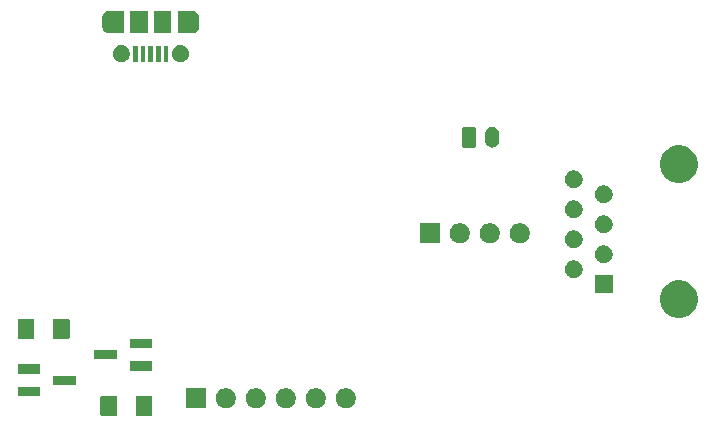
<source format=gbr>
G04 #@! TF.GenerationSoftware,KiCad,Pcbnew,5.1.5+dfsg1-2build2*
G04 #@! TF.CreationDate,2020-08-28T17:04:02+02:00*
G04 #@! TF.ProjectId,System Air,53797374-656d-4204-9169-722e6b696361,rev?*
G04 #@! TF.SameCoordinates,Original*
G04 #@! TF.FileFunction,Soldermask,Bot*
G04 #@! TF.FilePolarity,Negative*
%FSLAX46Y46*%
G04 Gerber Fmt 4.6, Leading zero omitted, Abs format (unit mm)*
G04 Created by KiCad (PCBNEW 5.1.5+dfsg1-2build2) date 2020-08-28 17:04:02*
%MOMM*%
%LPD*%
G04 APERTURE LIST*
%ADD10C,0.100000*%
G04 APERTURE END LIST*
D10*
G36*
X129538904Y-110776087D02*
G01*
X129570465Y-110785662D01*
X129599560Y-110801213D01*
X129625055Y-110822135D01*
X129645977Y-110847630D01*
X129661528Y-110876725D01*
X129671103Y-110908286D01*
X129674940Y-110947248D01*
X129674940Y-112347252D01*
X129671103Y-112386214D01*
X129661528Y-112417775D01*
X129645977Y-112446870D01*
X129625055Y-112472365D01*
X129599560Y-112493287D01*
X129570465Y-112508838D01*
X129538904Y-112518413D01*
X129499942Y-112522250D01*
X128424938Y-112522250D01*
X128385976Y-112518413D01*
X128354415Y-112508838D01*
X128325320Y-112493287D01*
X128299825Y-112472365D01*
X128278903Y-112446870D01*
X128263352Y-112417775D01*
X128253777Y-112386214D01*
X128249940Y-112347252D01*
X128249940Y-110947248D01*
X128253777Y-110908286D01*
X128263352Y-110876725D01*
X128278903Y-110847630D01*
X128299825Y-110822135D01*
X128325320Y-110801213D01*
X128354415Y-110785662D01*
X128385976Y-110776087D01*
X128424938Y-110772250D01*
X129499942Y-110772250D01*
X129538904Y-110776087D01*
G37*
G36*
X126563904Y-110776087D02*
G01*
X126595465Y-110785662D01*
X126624560Y-110801213D01*
X126650055Y-110822135D01*
X126670977Y-110847630D01*
X126686528Y-110876725D01*
X126696103Y-110908286D01*
X126699940Y-110947248D01*
X126699940Y-112347252D01*
X126696103Y-112386214D01*
X126686528Y-112417775D01*
X126670977Y-112446870D01*
X126650055Y-112472365D01*
X126624560Y-112493287D01*
X126595465Y-112508838D01*
X126563904Y-112518413D01*
X126524942Y-112522250D01*
X125449938Y-112522250D01*
X125410976Y-112518413D01*
X125379415Y-112508838D01*
X125350320Y-112493287D01*
X125324825Y-112472365D01*
X125303903Y-112446870D01*
X125288352Y-112417775D01*
X125278777Y-112386214D01*
X125274940Y-112347252D01*
X125274940Y-110947248D01*
X125278777Y-110908286D01*
X125288352Y-110876725D01*
X125303903Y-110847630D01*
X125324825Y-110822135D01*
X125350320Y-110801213D01*
X125379415Y-110785662D01*
X125410976Y-110776087D01*
X125449938Y-110772250D01*
X126524942Y-110772250D01*
X126563904Y-110776087D01*
G37*
G36*
X141217935Y-110180664D02*
G01*
X141372624Y-110244739D01*
X141372626Y-110244740D01*
X141511844Y-110337762D01*
X141630238Y-110456156D01*
X141723260Y-110595374D01*
X141723261Y-110595376D01*
X141787336Y-110750065D01*
X141820000Y-110914281D01*
X141820000Y-111081719D01*
X141787336Y-111245935D01*
X141723261Y-111400624D01*
X141723260Y-111400626D01*
X141630238Y-111539844D01*
X141511844Y-111658238D01*
X141372626Y-111751260D01*
X141372625Y-111751261D01*
X141372624Y-111751261D01*
X141217935Y-111815336D01*
X141053719Y-111848000D01*
X140886281Y-111848000D01*
X140722065Y-111815336D01*
X140567376Y-111751261D01*
X140567375Y-111751261D01*
X140567374Y-111751260D01*
X140428156Y-111658238D01*
X140309762Y-111539844D01*
X140216740Y-111400626D01*
X140216739Y-111400624D01*
X140152664Y-111245935D01*
X140120000Y-111081719D01*
X140120000Y-110914281D01*
X140152664Y-110750065D01*
X140216739Y-110595376D01*
X140216740Y-110595374D01*
X140309762Y-110456156D01*
X140428156Y-110337762D01*
X140567374Y-110244740D01*
X140567376Y-110244739D01*
X140722065Y-110180664D01*
X140886281Y-110148000D01*
X141053719Y-110148000D01*
X141217935Y-110180664D01*
G37*
G36*
X146297935Y-110180664D02*
G01*
X146452624Y-110244739D01*
X146452626Y-110244740D01*
X146591844Y-110337762D01*
X146710238Y-110456156D01*
X146803260Y-110595374D01*
X146803261Y-110595376D01*
X146867336Y-110750065D01*
X146900000Y-110914281D01*
X146900000Y-111081719D01*
X146867336Y-111245935D01*
X146803261Y-111400624D01*
X146803260Y-111400626D01*
X146710238Y-111539844D01*
X146591844Y-111658238D01*
X146452626Y-111751260D01*
X146452625Y-111751261D01*
X146452624Y-111751261D01*
X146297935Y-111815336D01*
X146133719Y-111848000D01*
X145966281Y-111848000D01*
X145802065Y-111815336D01*
X145647376Y-111751261D01*
X145647375Y-111751261D01*
X145647374Y-111751260D01*
X145508156Y-111658238D01*
X145389762Y-111539844D01*
X145296740Y-111400626D01*
X145296739Y-111400624D01*
X145232664Y-111245935D01*
X145200000Y-111081719D01*
X145200000Y-110914281D01*
X145232664Y-110750065D01*
X145296739Y-110595376D01*
X145296740Y-110595374D01*
X145389762Y-110456156D01*
X145508156Y-110337762D01*
X145647374Y-110244740D01*
X145647376Y-110244739D01*
X145802065Y-110180664D01*
X145966281Y-110148000D01*
X146133719Y-110148000D01*
X146297935Y-110180664D01*
G37*
G36*
X143757935Y-110180664D02*
G01*
X143912624Y-110244739D01*
X143912626Y-110244740D01*
X144051844Y-110337762D01*
X144170238Y-110456156D01*
X144263260Y-110595374D01*
X144263261Y-110595376D01*
X144327336Y-110750065D01*
X144360000Y-110914281D01*
X144360000Y-111081719D01*
X144327336Y-111245935D01*
X144263261Y-111400624D01*
X144263260Y-111400626D01*
X144170238Y-111539844D01*
X144051844Y-111658238D01*
X143912626Y-111751260D01*
X143912625Y-111751261D01*
X143912624Y-111751261D01*
X143757935Y-111815336D01*
X143593719Y-111848000D01*
X143426281Y-111848000D01*
X143262065Y-111815336D01*
X143107376Y-111751261D01*
X143107375Y-111751261D01*
X143107374Y-111751260D01*
X142968156Y-111658238D01*
X142849762Y-111539844D01*
X142756740Y-111400626D01*
X142756739Y-111400624D01*
X142692664Y-111245935D01*
X142660000Y-111081719D01*
X142660000Y-110914281D01*
X142692664Y-110750065D01*
X142756739Y-110595376D01*
X142756740Y-110595374D01*
X142849762Y-110456156D01*
X142968156Y-110337762D01*
X143107374Y-110244740D01*
X143107376Y-110244739D01*
X143262065Y-110180664D01*
X143426281Y-110148000D01*
X143593719Y-110148000D01*
X143757935Y-110180664D01*
G37*
G36*
X138677935Y-110180664D02*
G01*
X138832624Y-110244739D01*
X138832626Y-110244740D01*
X138971844Y-110337762D01*
X139090238Y-110456156D01*
X139183260Y-110595374D01*
X139183261Y-110595376D01*
X139247336Y-110750065D01*
X139280000Y-110914281D01*
X139280000Y-111081719D01*
X139247336Y-111245935D01*
X139183261Y-111400624D01*
X139183260Y-111400626D01*
X139090238Y-111539844D01*
X138971844Y-111658238D01*
X138832626Y-111751260D01*
X138832625Y-111751261D01*
X138832624Y-111751261D01*
X138677935Y-111815336D01*
X138513719Y-111848000D01*
X138346281Y-111848000D01*
X138182065Y-111815336D01*
X138027376Y-111751261D01*
X138027375Y-111751261D01*
X138027374Y-111751260D01*
X137888156Y-111658238D01*
X137769762Y-111539844D01*
X137676740Y-111400626D01*
X137676739Y-111400624D01*
X137612664Y-111245935D01*
X137580000Y-111081719D01*
X137580000Y-110914281D01*
X137612664Y-110750065D01*
X137676739Y-110595376D01*
X137676740Y-110595374D01*
X137769762Y-110456156D01*
X137888156Y-110337762D01*
X138027374Y-110244740D01*
X138027376Y-110244739D01*
X138182065Y-110180664D01*
X138346281Y-110148000D01*
X138513719Y-110148000D01*
X138677935Y-110180664D01*
G37*
G36*
X136137935Y-110180664D02*
G01*
X136292624Y-110244739D01*
X136292626Y-110244740D01*
X136431844Y-110337762D01*
X136550238Y-110456156D01*
X136643260Y-110595374D01*
X136643261Y-110595376D01*
X136707336Y-110750065D01*
X136740000Y-110914281D01*
X136740000Y-111081719D01*
X136707336Y-111245935D01*
X136643261Y-111400624D01*
X136643260Y-111400626D01*
X136550238Y-111539844D01*
X136431844Y-111658238D01*
X136292626Y-111751260D01*
X136292625Y-111751261D01*
X136292624Y-111751261D01*
X136137935Y-111815336D01*
X135973719Y-111848000D01*
X135806281Y-111848000D01*
X135642065Y-111815336D01*
X135487376Y-111751261D01*
X135487375Y-111751261D01*
X135487374Y-111751260D01*
X135348156Y-111658238D01*
X135229762Y-111539844D01*
X135136740Y-111400626D01*
X135136739Y-111400624D01*
X135072664Y-111245935D01*
X135040000Y-111081719D01*
X135040000Y-110914281D01*
X135072664Y-110750065D01*
X135136739Y-110595376D01*
X135136740Y-110595374D01*
X135229762Y-110456156D01*
X135348156Y-110337762D01*
X135487374Y-110244740D01*
X135487376Y-110244739D01*
X135642065Y-110180664D01*
X135806281Y-110148000D01*
X135973719Y-110148000D01*
X136137935Y-110180664D01*
G37*
G36*
X134200000Y-111848000D02*
G01*
X132500000Y-111848000D01*
X132500000Y-110148000D01*
X134200000Y-110148000D01*
X134200000Y-111848000D01*
G37*
G36*
X120168540Y-110829784D02*
G01*
X118268540Y-110829784D01*
X118268540Y-110029784D01*
X120168540Y-110029784D01*
X120168540Y-110829784D01*
G37*
G36*
X123168540Y-109879784D02*
G01*
X121268540Y-109879784D01*
X121268540Y-109079784D01*
X123168540Y-109079784D01*
X123168540Y-109879784D01*
G37*
G36*
X120168540Y-108929784D02*
G01*
X118268540Y-108929784D01*
X118268540Y-108129784D01*
X120168540Y-108129784D01*
X120168540Y-108929784D01*
G37*
G36*
X129674940Y-108662318D02*
G01*
X127774940Y-108662318D01*
X127774940Y-107862318D01*
X129674940Y-107862318D01*
X129674940Y-108662318D01*
G37*
G36*
X126674940Y-107712318D02*
G01*
X124774940Y-107712318D01*
X124774940Y-106912318D01*
X126674940Y-106912318D01*
X126674940Y-107712318D01*
G37*
G36*
X129674940Y-106762318D02*
G01*
X127774940Y-106762318D01*
X127774940Y-105962318D01*
X129674940Y-105962318D01*
X129674940Y-106762318D01*
G37*
G36*
X122532504Y-104273689D02*
G01*
X122564065Y-104283264D01*
X122593160Y-104298815D01*
X122618655Y-104319737D01*
X122639577Y-104345232D01*
X122655128Y-104374327D01*
X122664703Y-104405888D01*
X122668540Y-104444850D01*
X122668540Y-105844854D01*
X122664703Y-105883816D01*
X122655128Y-105915377D01*
X122639577Y-105944472D01*
X122618655Y-105969967D01*
X122593160Y-105990889D01*
X122564065Y-106006440D01*
X122532504Y-106016015D01*
X122493542Y-106019852D01*
X121418538Y-106019852D01*
X121379576Y-106016015D01*
X121348015Y-106006440D01*
X121318920Y-105990889D01*
X121293425Y-105969967D01*
X121272503Y-105944472D01*
X121256952Y-105915377D01*
X121247377Y-105883816D01*
X121243540Y-105844854D01*
X121243540Y-104444850D01*
X121247377Y-104405888D01*
X121256952Y-104374327D01*
X121272503Y-104345232D01*
X121293425Y-104319737D01*
X121318920Y-104298815D01*
X121348015Y-104283264D01*
X121379576Y-104273689D01*
X121418538Y-104269852D01*
X122493542Y-104269852D01*
X122532504Y-104273689D01*
G37*
G36*
X119557504Y-104273689D02*
G01*
X119589065Y-104283264D01*
X119618160Y-104298815D01*
X119643655Y-104319737D01*
X119664577Y-104345232D01*
X119680128Y-104374327D01*
X119689703Y-104405888D01*
X119693540Y-104444850D01*
X119693540Y-105844854D01*
X119689703Y-105883816D01*
X119680128Y-105915377D01*
X119664577Y-105944472D01*
X119643655Y-105969967D01*
X119618160Y-105990889D01*
X119589065Y-106006440D01*
X119557504Y-106016015D01*
X119518542Y-106019852D01*
X118443538Y-106019852D01*
X118404576Y-106016015D01*
X118373015Y-106006440D01*
X118343920Y-105990889D01*
X118318425Y-105969967D01*
X118297503Y-105944472D01*
X118281952Y-105915377D01*
X118272377Y-105883816D01*
X118268540Y-105844854D01*
X118268540Y-104444850D01*
X118272377Y-104405888D01*
X118281952Y-104374327D01*
X118297503Y-104345232D01*
X118318425Y-104319737D01*
X118343920Y-104298815D01*
X118373015Y-104283264D01*
X118404576Y-104273689D01*
X118443538Y-104269852D01*
X119518542Y-104269852D01*
X119557504Y-104273689D01*
G37*
G36*
X174710703Y-101077486D02*
G01*
X175001883Y-101198097D01*
X175263940Y-101373198D01*
X175486802Y-101596060D01*
X175661903Y-101858117D01*
X175782514Y-102149297D01*
X175844000Y-102458412D01*
X175844000Y-102773588D01*
X175782514Y-103082703D01*
X175661903Y-103373883D01*
X175486802Y-103635940D01*
X175263940Y-103858802D01*
X175001883Y-104033903D01*
X174710703Y-104154514D01*
X174401588Y-104216000D01*
X174086412Y-104216000D01*
X173777297Y-104154514D01*
X173486117Y-104033903D01*
X173224060Y-103858802D01*
X173001198Y-103635940D01*
X172826097Y-103373883D01*
X172705486Y-103082703D01*
X172644000Y-102773588D01*
X172644000Y-102458412D01*
X172705486Y-102149297D01*
X172826097Y-101858117D01*
X173001198Y-101596060D01*
X173224060Y-101373198D01*
X173486117Y-101198097D01*
X173777297Y-101077486D01*
X174086412Y-101016000D01*
X174401588Y-101016000D01*
X174710703Y-101077486D01*
G37*
G36*
X168644000Y-102096000D02*
G01*
X167144000Y-102096000D01*
X167144000Y-100596000D01*
X168644000Y-100596000D01*
X168644000Y-102096000D01*
G37*
G36*
X165572766Y-99354821D02*
G01*
X165709257Y-99411358D01*
X165832097Y-99493437D01*
X165936563Y-99597903D01*
X166018642Y-99720743D01*
X166075179Y-99857234D01*
X166104000Y-100002130D01*
X166104000Y-100149870D01*
X166075179Y-100294766D01*
X166018642Y-100431257D01*
X165936563Y-100554097D01*
X165832097Y-100658563D01*
X165709257Y-100740642D01*
X165572766Y-100797179D01*
X165427870Y-100826000D01*
X165280130Y-100826000D01*
X165135234Y-100797179D01*
X164998743Y-100740642D01*
X164875903Y-100658563D01*
X164771437Y-100554097D01*
X164689358Y-100431257D01*
X164632821Y-100294766D01*
X164604000Y-100149870D01*
X164604000Y-100002130D01*
X164632821Y-99857234D01*
X164689358Y-99720743D01*
X164771437Y-99597903D01*
X164875903Y-99493437D01*
X164998743Y-99411358D01*
X165135234Y-99354821D01*
X165280130Y-99326000D01*
X165427870Y-99326000D01*
X165572766Y-99354821D01*
G37*
G36*
X168112766Y-98084821D02*
G01*
X168249257Y-98141358D01*
X168372097Y-98223437D01*
X168476563Y-98327903D01*
X168558642Y-98450743D01*
X168615179Y-98587234D01*
X168644000Y-98732130D01*
X168644000Y-98879870D01*
X168615179Y-99024766D01*
X168558642Y-99161257D01*
X168476563Y-99284097D01*
X168372097Y-99388563D01*
X168249257Y-99470642D01*
X168112766Y-99527179D01*
X167967870Y-99556000D01*
X167820130Y-99556000D01*
X167675234Y-99527179D01*
X167538743Y-99470642D01*
X167415903Y-99388563D01*
X167311437Y-99284097D01*
X167229358Y-99161257D01*
X167172821Y-99024766D01*
X167144000Y-98879870D01*
X167144000Y-98732130D01*
X167172821Y-98587234D01*
X167229358Y-98450743D01*
X167311437Y-98327903D01*
X167415903Y-98223437D01*
X167538743Y-98141358D01*
X167675234Y-98084821D01*
X167820130Y-98056000D01*
X167967870Y-98056000D01*
X168112766Y-98084821D01*
G37*
G36*
X165572766Y-96814821D02*
G01*
X165709257Y-96871358D01*
X165832097Y-96953437D01*
X165936563Y-97057903D01*
X166018642Y-97180743D01*
X166075179Y-97317234D01*
X166104000Y-97462130D01*
X166104000Y-97609870D01*
X166075179Y-97754766D01*
X166018642Y-97891257D01*
X165936563Y-98014097D01*
X165832097Y-98118563D01*
X165709257Y-98200642D01*
X165572766Y-98257179D01*
X165427870Y-98286000D01*
X165280130Y-98286000D01*
X165135234Y-98257179D01*
X164998743Y-98200642D01*
X164875903Y-98118563D01*
X164771437Y-98014097D01*
X164689358Y-97891257D01*
X164632821Y-97754766D01*
X164604000Y-97609870D01*
X164604000Y-97462130D01*
X164632821Y-97317234D01*
X164689358Y-97180743D01*
X164771437Y-97057903D01*
X164875903Y-96953437D01*
X164998743Y-96871358D01*
X165135234Y-96814821D01*
X165280130Y-96786000D01*
X165427870Y-96786000D01*
X165572766Y-96814821D01*
G37*
G36*
X154012000Y-97878000D02*
G01*
X152312000Y-97878000D01*
X152312000Y-96178000D01*
X154012000Y-96178000D01*
X154012000Y-97878000D01*
G37*
G36*
X161029935Y-96210664D02*
G01*
X161184624Y-96274739D01*
X161184626Y-96274740D01*
X161323844Y-96367762D01*
X161442238Y-96486156D01*
X161535260Y-96625374D01*
X161535261Y-96625376D01*
X161599336Y-96780065D01*
X161632000Y-96944281D01*
X161632000Y-97111719D01*
X161599336Y-97275935D01*
X161582229Y-97317234D01*
X161535260Y-97430626D01*
X161442238Y-97569844D01*
X161323844Y-97688238D01*
X161184626Y-97781260D01*
X161184625Y-97781261D01*
X161184624Y-97781261D01*
X161029935Y-97845336D01*
X160865719Y-97878000D01*
X160698281Y-97878000D01*
X160534065Y-97845336D01*
X160379376Y-97781261D01*
X160379375Y-97781261D01*
X160379374Y-97781260D01*
X160240156Y-97688238D01*
X160121762Y-97569844D01*
X160028740Y-97430626D01*
X159981771Y-97317234D01*
X159964664Y-97275935D01*
X159932000Y-97111719D01*
X159932000Y-96944281D01*
X159964664Y-96780065D01*
X160028739Y-96625376D01*
X160028740Y-96625374D01*
X160121762Y-96486156D01*
X160240156Y-96367762D01*
X160379374Y-96274740D01*
X160379376Y-96274739D01*
X160534065Y-96210664D01*
X160698281Y-96178000D01*
X160865719Y-96178000D01*
X161029935Y-96210664D01*
G37*
G36*
X158489935Y-96210664D02*
G01*
X158644624Y-96274739D01*
X158644626Y-96274740D01*
X158783844Y-96367762D01*
X158902238Y-96486156D01*
X158995260Y-96625374D01*
X158995261Y-96625376D01*
X159059336Y-96780065D01*
X159092000Y-96944281D01*
X159092000Y-97111719D01*
X159059336Y-97275935D01*
X159042229Y-97317234D01*
X158995260Y-97430626D01*
X158902238Y-97569844D01*
X158783844Y-97688238D01*
X158644626Y-97781260D01*
X158644625Y-97781261D01*
X158644624Y-97781261D01*
X158489935Y-97845336D01*
X158325719Y-97878000D01*
X158158281Y-97878000D01*
X157994065Y-97845336D01*
X157839376Y-97781261D01*
X157839375Y-97781261D01*
X157839374Y-97781260D01*
X157700156Y-97688238D01*
X157581762Y-97569844D01*
X157488740Y-97430626D01*
X157441771Y-97317234D01*
X157424664Y-97275935D01*
X157392000Y-97111719D01*
X157392000Y-96944281D01*
X157424664Y-96780065D01*
X157488739Y-96625376D01*
X157488740Y-96625374D01*
X157581762Y-96486156D01*
X157700156Y-96367762D01*
X157839374Y-96274740D01*
X157839376Y-96274739D01*
X157994065Y-96210664D01*
X158158281Y-96178000D01*
X158325719Y-96178000D01*
X158489935Y-96210664D01*
G37*
G36*
X155949935Y-96210664D02*
G01*
X156104624Y-96274739D01*
X156104626Y-96274740D01*
X156243844Y-96367762D01*
X156362238Y-96486156D01*
X156455260Y-96625374D01*
X156455261Y-96625376D01*
X156519336Y-96780065D01*
X156552000Y-96944281D01*
X156552000Y-97111719D01*
X156519336Y-97275935D01*
X156502229Y-97317234D01*
X156455260Y-97430626D01*
X156362238Y-97569844D01*
X156243844Y-97688238D01*
X156104626Y-97781260D01*
X156104625Y-97781261D01*
X156104624Y-97781261D01*
X155949935Y-97845336D01*
X155785719Y-97878000D01*
X155618281Y-97878000D01*
X155454065Y-97845336D01*
X155299376Y-97781261D01*
X155299375Y-97781261D01*
X155299374Y-97781260D01*
X155160156Y-97688238D01*
X155041762Y-97569844D01*
X154948740Y-97430626D01*
X154901771Y-97317234D01*
X154884664Y-97275935D01*
X154852000Y-97111719D01*
X154852000Y-96944281D01*
X154884664Y-96780065D01*
X154948739Y-96625376D01*
X154948740Y-96625374D01*
X155041762Y-96486156D01*
X155160156Y-96367762D01*
X155299374Y-96274740D01*
X155299376Y-96274739D01*
X155454065Y-96210664D01*
X155618281Y-96178000D01*
X155785719Y-96178000D01*
X155949935Y-96210664D01*
G37*
G36*
X168112766Y-95544821D02*
G01*
X168249257Y-95601358D01*
X168372097Y-95683437D01*
X168476563Y-95787903D01*
X168558642Y-95910743D01*
X168615179Y-96047234D01*
X168644000Y-96192130D01*
X168644000Y-96339870D01*
X168615179Y-96484766D01*
X168558642Y-96621257D01*
X168476563Y-96744097D01*
X168372097Y-96848563D01*
X168249257Y-96930642D01*
X168112766Y-96987179D01*
X167967870Y-97016000D01*
X167820130Y-97016000D01*
X167675234Y-96987179D01*
X167538743Y-96930642D01*
X167415903Y-96848563D01*
X167311437Y-96744097D01*
X167229358Y-96621257D01*
X167172821Y-96484766D01*
X167144000Y-96339870D01*
X167144000Y-96192130D01*
X167172821Y-96047234D01*
X167229358Y-95910743D01*
X167311437Y-95787903D01*
X167415903Y-95683437D01*
X167538743Y-95601358D01*
X167675234Y-95544821D01*
X167820130Y-95516000D01*
X167967870Y-95516000D01*
X168112766Y-95544821D01*
G37*
G36*
X165572766Y-94274821D02*
G01*
X165709257Y-94331358D01*
X165832097Y-94413437D01*
X165936563Y-94517903D01*
X166018642Y-94640743D01*
X166075179Y-94777234D01*
X166104000Y-94922130D01*
X166104000Y-95069870D01*
X166075179Y-95214766D01*
X166018642Y-95351257D01*
X165936563Y-95474097D01*
X165832097Y-95578563D01*
X165709257Y-95660642D01*
X165572766Y-95717179D01*
X165427870Y-95746000D01*
X165280130Y-95746000D01*
X165135234Y-95717179D01*
X164998743Y-95660642D01*
X164875903Y-95578563D01*
X164771437Y-95474097D01*
X164689358Y-95351257D01*
X164632821Y-95214766D01*
X164604000Y-95069870D01*
X164604000Y-94922130D01*
X164632821Y-94777234D01*
X164689358Y-94640743D01*
X164771437Y-94517903D01*
X164875903Y-94413437D01*
X164998743Y-94331358D01*
X165135234Y-94274821D01*
X165280130Y-94246000D01*
X165427870Y-94246000D01*
X165572766Y-94274821D01*
G37*
G36*
X168112766Y-93004821D02*
G01*
X168249257Y-93061358D01*
X168372097Y-93143437D01*
X168476563Y-93247903D01*
X168558642Y-93370743D01*
X168615179Y-93507234D01*
X168644000Y-93652130D01*
X168644000Y-93799870D01*
X168615179Y-93944766D01*
X168558642Y-94081257D01*
X168476563Y-94204097D01*
X168372097Y-94308563D01*
X168249257Y-94390642D01*
X168112766Y-94447179D01*
X167967870Y-94476000D01*
X167820130Y-94476000D01*
X167675234Y-94447179D01*
X167538743Y-94390642D01*
X167415903Y-94308563D01*
X167311437Y-94204097D01*
X167229358Y-94081257D01*
X167172821Y-93944766D01*
X167144000Y-93799870D01*
X167144000Y-93652130D01*
X167172821Y-93507234D01*
X167229358Y-93370743D01*
X167311437Y-93247903D01*
X167415903Y-93143437D01*
X167538743Y-93061358D01*
X167675234Y-93004821D01*
X167820130Y-92976000D01*
X167967870Y-92976000D01*
X168112766Y-93004821D01*
G37*
G36*
X165572766Y-91734821D02*
G01*
X165709257Y-91791358D01*
X165832097Y-91873437D01*
X165936563Y-91977903D01*
X166018642Y-92100743D01*
X166075179Y-92237234D01*
X166104000Y-92382130D01*
X166104000Y-92529870D01*
X166075179Y-92674766D01*
X166018642Y-92811257D01*
X165936563Y-92934097D01*
X165832097Y-93038563D01*
X165709257Y-93120642D01*
X165572766Y-93177179D01*
X165427870Y-93206000D01*
X165280130Y-93206000D01*
X165135234Y-93177179D01*
X164998743Y-93120642D01*
X164875903Y-93038563D01*
X164771437Y-92934097D01*
X164689358Y-92811257D01*
X164632821Y-92674766D01*
X164604000Y-92529870D01*
X164604000Y-92382130D01*
X164632821Y-92237234D01*
X164689358Y-92100743D01*
X164771437Y-91977903D01*
X164875903Y-91873437D01*
X164998743Y-91791358D01*
X165135234Y-91734821D01*
X165280130Y-91706000D01*
X165427870Y-91706000D01*
X165572766Y-91734821D01*
G37*
G36*
X174710703Y-89647486D02*
G01*
X175001883Y-89768097D01*
X175263940Y-89943198D01*
X175486802Y-90166060D01*
X175661903Y-90428117D01*
X175782514Y-90719297D01*
X175844000Y-91028412D01*
X175844000Y-91343588D01*
X175782514Y-91652703D01*
X175661903Y-91943883D01*
X175486802Y-92205940D01*
X175263940Y-92428802D01*
X175001883Y-92603903D01*
X174710703Y-92724514D01*
X174401588Y-92786000D01*
X174086412Y-92786000D01*
X173777297Y-92724514D01*
X173486117Y-92603903D01*
X173224060Y-92428802D01*
X173001198Y-92205940D01*
X172826097Y-91943883D01*
X172705486Y-91652703D01*
X172644000Y-91343588D01*
X172644000Y-91028412D01*
X172705486Y-90719297D01*
X172826097Y-90428117D01*
X173001198Y-90166060D01*
X173224060Y-89943198D01*
X173486117Y-89768097D01*
X173777297Y-89647486D01*
X174086412Y-89586000D01*
X174401588Y-89586000D01*
X174710703Y-89647486D01*
G37*
G36*
X158581620Y-88033682D02*
G01*
X158694720Y-88067990D01*
X158798954Y-88123704D01*
X158890317Y-88198683D01*
X158965296Y-88290045D01*
X159021010Y-88394279D01*
X159055318Y-88507379D01*
X159064000Y-88595526D01*
X159064000Y-89204474D01*
X159055318Y-89292621D01*
X159021010Y-89405721D01*
X158965296Y-89509955D01*
X158890317Y-89601317D01*
X158798955Y-89676296D01*
X158694721Y-89732010D01*
X158581621Y-89766318D01*
X158464000Y-89777903D01*
X158346380Y-89766318D01*
X158233280Y-89732010D01*
X158129046Y-89676296D01*
X158037684Y-89601317D01*
X157962705Y-89509955D01*
X157906990Y-89405721D01*
X157872682Y-89292621D01*
X157864000Y-89204474D01*
X157864000Y-88595527D01*
X157872682Y-88507380D01*
X157906990Y-88394280D01*
X157962704Y-88290046D01*
X158037683Y-88198683D01*
X158129045Y-88123704D01*
X158233279Y-88067990D01*
X158346379Y-88033682D01*
X158464000Y-88022097D01*
X158581620Y-88033682D01*
G37*
G36*
X156921345Y-88028995D02*
G01*
X156954451Y-88039038D01*
X156984964Y-88055347D01*
X157011706Y-88077294D01*
X157033653Y-88104036D01*
X157049962Y-88134549D01*
X157060005Y-88167655D01*
X157064000Y-88208221D01*
X157064000Y-89591779D01*
X157060005Y-89632345D01*
X157049962Y-89665451D01*
X157033653Y-89695964D01*
X157011706Y-89722706D01*
X156984964Y-89744653D01*
X156954451Y-89760962D01*
X156921345Y-89771005D01*
X156880779Y-89775000D01*
X156047221Y-89775000D01*
X156006655Y-89771005D01*
X155973549Y-89760962D01*
X155943036Y-89744653D01*
X155916294Y-89722706D01*
X155894347Y-89695964D01*
X155878038Y-89665451D01*
X155867995Y-89632345D01*
X155864000Y-89591779D01*
X155864000Y-88208221D01*
X155867995Y-88167655D01*
X155878038Y-88134549D01*
X155894347Y-88104036D01*
X155916294Y-88077294D01*
X155943036Y-88055347D01*
X155973549Y-88039038D01*
X156006655Y-88028995D01*
X156047221Y-88025000D01*
X156880779Y-88025000D01*
X156921345Y-88028995D01*
G37*
G36*
X127251475Y-81130961D02*
G01*
X127383416Y-81185612D01*
X127502160Y-81264955D01*
X127603145Y-81365940D01*
X127682488Y-81484684D01*
X127737139Y-81616625D01*
X127765000Y-81756692D01*
X127765000Y-81899508D01*
X127737139Y-82039575D01*
X127682488Y-82171516D01*
X127603145Y-82290260D01*
X127502160Y-82391245D01*
X127383416Y-82470588D01*
X127251475Y-82525239D01*
X127111408Y-82553100D01*
X126968592Y-82553100D01*
X126828525Y-82525239D01*
X126696584Y-82470588D01*
X126577840Y-82391245D01*
X126476855Y-82290260D01*
X126397512Y-82171516D01*
X126342861Y-82039575D01*
X126315000Y-81899508D01*
X126315000Y-81756692D01*
X126342861Y-81616625D01*
X126397512Y-81484684D01*
X126476855Y-81365940D01*
X126577840Y-81264955D01*
X126696584Y-81185612D01*
X126828525Y-81130961D01*
X126968592Y-81103100D01*
X127111408Y-81103100D01*
X127251475Y-81130961D01*
G37*
G36*
X132251475Y-81130961D02*
G01*
X132383416Y-81185612D01*
X132502160Y-81264955D01*
X132603145Y-81365940D01*
X132682488Y-81484684D01*
X132737139Y-81616625D01*
X132765000Y-81756692D01*
X132765000Y-81899508D01*
X132737139Y-82039575D01*
X132682488Y-82171516D01*
X132603145Y-82290260D01*
X132502160Y-82391245D01*
X132383416Y-82470588D01*
X132251475Y-82525239D01*
X132111408Y-82553100D01*
X131968592Y-82553100D01*
X131828525Y-82525239D01*
X131696584Y-82470588D01*
X131577840Y-82391245D01*
X131476855Y-82290260D01*
X131397512Y-82171516D01*
X131342861Y-82039575D01*
X131315000Y-81899508D01*
X131315000Y-81756692D01*
X131342861Y-81616625D01*
X131397512Y-81484684D01*
X131476855Y-81365940D01*
X131577840Y-81264955D01*
X131696584Y-81185612D01*
X131828525Y-81130961D01*
X131968592Y-81103100D01*
X132111408Y-81103100D01*
X132251475Y-81130961D01*
G37*
G36*
X130390000Y-82503100D02*
G01*
X129990000Y-82503100D01*
X129990000Y-81153100D01*
X130390000Y-81153100D01*
X130390000Y-82503100D01*
G37*
G36*
X131040000Y-82503100D02*
G01*
X130640000Y-82503100D01*
X130640000Y-81153100D01*
X131040000Y-81153100D01*
X131040000Y-82503100D01*
G37*
G36*
X129740000Y-82503100D02*
G01*
X129340000Y-82503100D01*
X129340000Y-81153100D01*
X129740000Y-81153100D01*
X129740000Y-82503100D01*
G37*
G36*
X129090000Y-82503100D02*
G01*
X128690000Y-82503100D01*
X128690000Y-81153100D01*
X129090000Y-81153100D01*
X129090000Y-82503100D01*
G37*
G36*
X128440000Y-82503100D02*
G01*
X128040000Y-82503100D01*
X128040000Y-81153100D01*
X128440000Y-81153100D01*
X128440000Y-82503100D01*
G37*
G36*
X133063368Y-78177499D02*
G01*
X133075607Y-78178100D01*
X133120002Y-78178100D01*
X133152742Y-78186302D01*
X133157620Y-78186782D01*
X133270720Y-78221090D01*
X133374954Y-78276804D01*
X133466317Y-78351783D01*
X133541296Y-78443145D01*
X133597010Y-78547379D01*
X133631318Y-78660479D01*
X133640000Y-78748626D01*
X133640000Y-79507574D01*
X133631318Y-79595721D01*
X133597010Y-79708821D01*
X133541296Y-79813055D01*
X133466317Y-79904417D01*
X133374955Y-79979396D01*
X133270721Y-80035110D01*
X133157621Y-80069418D01*
X133152742Y-80069899D01*
X133128711Y-80074679D01*
X133120453Y-80078100D01*
X133075607Y-80078100D01*
X133063368Y-80078701D01*
X133040000Y-80081003D01*
X133016632Y-80078701D01*
X133004393Y-80078100D01*
X131840000Y-80078100D01*
X131840000Y-78178100D01*
X133004393Y-78178100D01*
X133016632Y-78177499D01*
X133040000Y-78175197D01*
X133063368Y-78177499D01*
G37*
G36*
X126063368Y-78177499D02*
G01*
X126075607Y-78178100D01*
X127240000Y-78178100D01*
X127240000Y-80078100D01*
X126075607Y-80078100D01*
X126063368Y-80078701D01*
X126040000Y-80081003D01*
X126016632Y-80078701D01*
X126004393Y-80078100D01*
X125959998Y-80078100D01*
X125927257Y-80069898D01*
X125922379Y-80069418D01*
X125809279Y-80035110D01*
X125705045Y-79979396D01*
X125613683Y-79904417D01*
X125538704Y-79813054D01*
X125482990Y-79708820D01*
X125448682Y-79595720D01*
X125440000Y-79507573D01*
X125440000Y-78748626D01*
X125448682Y-78660479D01*
X125482990Y-78547379D01*
X125538705Y-78443145D01*
X125613684Y-78351783D01*
X125705046Y-78276804D01*
X125809280Y-78221090D01*
X125922380Y-78186782D01*
X125927259Y-78186301D01*
X125951289Y-78181521D01*
X125959547Y-78178100D01*
X126004393Y-78178100D01*
X126016632Y-78177499D01*
X126040000Y-78175197D01*
X126063368Y-78177499D01*
G37*
G36*
X129290000Y-80078100D02*
G01*
X127790000Y-80078100D01*
X127790000Y-78178100D01*
X129290000Y-78178100D01*
X129290000Y-80078100D01*
G37*
G36*
X131290000Y-80078100D02*
G01*
X129790000Y-80078100D01*
X129790000Y-78178100D01*
X131290000Y-78178100D01*
X131290000Y-80078100D01*
G37*
M02*

</source>
